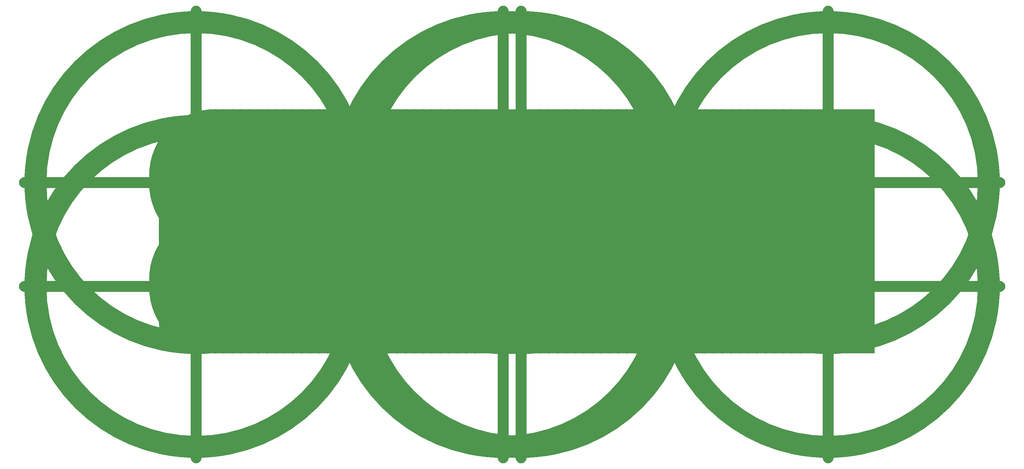
<source format=gbl>
G04*
G04  File:            FDP_PEDAGO.GBL, Sun Feb 02 10:05:50 2003*
G04  Source:          ACCEL Tango PCB, Version 13.01.33, (fdp_pedago.pcb)*
G04  Format:          Gerber Format (RS-274-D), ASCII*
G04*
G04  Format Options:  Absolute Positioning*
G04                   Leading-Zero Suppression*
G04                   Scale Factor 1:1*
G04                   NO Circular Interpolation*
G04                   Millimeter Units*
G04                   Numeric Format: 4.4 (XXXX.XXXX)*
G04                   G54 NOT Used for Aperture Change*
G04                   Apertures Embedded*
G04*
G04  File Options:    Offset = (0.00mm,0.00mm)*
G04                   Drill Symbol Size = 2.03mm*
G04                   Pad/Via Holes*
G04*
G04  File Contents:   Pads*
G04                   Vias*
G04                   No Designators*
G04                   No Types*
G04                   No Values*
G04                   No Drill Symbols*
G04                   Bottom*
G04                   Board*
G04*
G04  Aperture MACROs for general use --- invoked via D-code assignment *
G04*
G04  General MACRO for flashed round with rotation and/or offset hole *
%AMROTOFFROUND*
1,1,$1,0.0000,0.0000*
1,0,$2,$3,$4*%
G04*
G04  General MACRO for flashed oval (obround) with rotation and/or offset hole *
%AMROTOFFOVAL*
21,1,$1,$2,0.0000,0.0000,$3*
1,1,$4,$5,$6*
1,1,$4,0-$5,0-$6*
1,0,$7,$8,$9*%
G04*
G04  General MACRO for flashed rectangle with rotation and/or offset hole *
%AMROTOFFRECT*
21,1,$1,$2,0.0000,0.0000,$3*
1,0,$4,$5,$6*%
G04*
G04  General MACRO for flashed rounded-rectangle *
%AMROUNDRECT*
21,1,$1,$2-$4,0.0000,0.0000,$3*
21,1,$1-$4,$2,0.0000,0.0000,$3*
1,1,$4,$5,$6*
1,1,$4,$7,$8*
1,1,$4,0-$5,0-$6*
1,1,$4,0-$7,0-$8*
1,0,$9,$10,$11*%
G04*
G04  General MACRO for flashed regular polygon *
%AMREGPOLY*
5,1,$1,0.0000,0.0000,$2,($3+$4)*
1,0,$5,$6,$7*%
G04  D10 : "Ellipse X10.0mil Y10.0mil H0.0mil 0.0deg (0.0mil,0.0mil) Draw"*
G04  Disc: OuterDia=0.2540*
%ADD10C, 0.2540 X0.0000*%
G04  D11 : "Ellipse X23.6mil Y23.6mil H0.0mil 0.0deg (0.0mil,0.0mil) Draw"*
G04  Disc: OuterDia=0.6000*
%ADD11C, 0.6000 X0.0000*%
G04  D12 : "Ellipse X47.2mil Y47.2mil H0.0mil 0.0deg (0.0mil,0.0mil) Draw"*
G04  Disc: OuterDia=1.2000*
%ADD12C, 1.2000 X0.0000*%
G04  D13 : "Ellipse X60.0mil Y60.0mil H0.0mil 0.0deg (0.0mil,0.0mil) Flash"*
G04  Disc: OuterDia=1.5240*
%ADD13C, 1.5240 X0.0000*%
G04  D14 : "Ellipse X75.0mil Y75.0mil H0.0mil 0.0deg (0.0mil,0.0mil) Flash"*
G04  Disc: OuterDia=1.9050*
%ADD14C, 1.9050 X0.0000*%
G04  D15 : "Mounting Hole X156.0mil Y156.0mil H0.0mil 0.0deg (0.0mil,0.0mil) Flash"*
G04  Mounting Hole: Diameter=3.9624, Rotation=0.0000, LineWidth=0.1270 *
%AMMTHOLED15*
1,1,3.9624,0,0*
1,0,3.4544,0,0*
6,0,0,3.9624,0.1270,0,0,0.1270,3.9624,0.0000*%
%ADD15MTHOLED15*%
G04  D16 : "Rectangle X60.0mil Y60.0mil H0.0mil 0.0deg (0.0mil,0.0mil) Flash"*
G04  Square: Side=1.5240, Rotation=0.0, OffsetX=0.0000, OffsetY=0.0000, HoleDia=0.0000*
%ADD16R, 1.5240 X1.5240 X0.0000*%
G04  D17 : "Rectangle X75.0mil Y75.0mil H0.0mil 0.0deg (0.0mil,0.0mil) Flash"*
G04  Square: Side=1.9050, Rotation=0.0, OffsetX=0.0000, OffsetY=0.0000, HoleDia=0.0000*
%ADD17R, 1.9050 X1.9050 X0.0000*%
%ICAS*%
%FSLAX44Y44*%
%SFA1B1*%
%INFDP_PEDAGO.GBL*%
%OFA0.00B0.00*%
%MOMM*%
G71*
G90*
G01*
D2*
%LNBottom*%
D11*
X139700Y177800*
X127000Y165100D1*
X139700Y431800D2*
Y177800D1*
X127000Y165100D2*
Y133350D1*
X139700Y127000*
X177800Y158750D2*
Y133350D1*
X190500Y177800D2*
X177800Y158750D1*
X190500Y431800D2*
Y177800D1*
X177800Y133350D2*
X190500Y127000D1*
X203200Y158750D2*
Y133350D1*
X215900Y177800D2*
X203200Y158750D1*
X215900Y431800D2*
Y177800D1*
X203200Y133350D2*
X215900Y127000D1*
X241300Y177800D2*
X228600Y158750D1*
Y133350*
X241300Y431800D2*
Y177800D1*
X228600Y133350D2*
X241300Y127000D1*
X152400Y177800D2*
Y444500D1*
X139700Y158750D2*
X152400Y177800D1*
X139700Y158750D2*
Y152400D1*
X254000Y171450D2*
Y444500D1*
X241300Y152400D2*
X254000Y171450D1*
D2*
D12*
X273050Y177800*
Y419100D1*
Y177800D2*
X266700Y152400D1*
Y127000D2*
Y152400D1*
D2*
D11*
X165100Y171450*
Y431800D1*
Y152400D2*
Y171450D1*
Y127000D2*
Y152400D1*
X228600Y177800D2*
Y444500D1*
X215900Y158750D2*
X228600Y177800D1*
X215900Y158750D2*
Y152400D1*
X203200Y177800D2*
Y444500D1*
X190500Y158750D2*
X203200Y177800D1*
X190500Y158750D2*
Y152400D1*
X901700Y101600D2*
X114300D1*
Y152400D2*
Y431800D1*
Y127000D2*
Y152400D1*
Y101600D2*
Y127000D1*
X152400Y444500D2*
X139700Y457200D1*
X254000Y444500D2*
X241300Y457200D1*
D2*
D12*
X273050Y419100*
X266700Y431800D1*
Y457200*
D2*
D11*
X165100Y431800*
Y457200D1*
X228600Y444500D2*
X215900Y457200D1*
X203200Y444500D2*
X190500Y457200D1*
X114300Y431800D2*
Y457200D1*
Y482600*
X901700D2*
X114300D1*
X508000Y444500D2*
X495300Y457200D1*
X406400Y444500D2*
X393700Y457200D1*
X431800Y444500D2*
X419100Y457200D1*
X584200Y444500D2*
X571500Y457200D1*
X381000Y444500D2*
X368300Y457200D1*
X355600Y444500D2*
X342900Y457200D1*
X533400Y444500D2*
X520700Y457200D1*
X457200Y444500D2*
X444500Y457200D1*
X482600Y444500D2*
X469900Y457200D1*
X609600Y444500D2*
X596900Y457200D1*
X558800Y444500D2*
X546100Y457200D1*
X635000Y444500D2*
X622300Y457200D1*
X584200Y177800D2*
Y444500D1*
X571500Y158750D2*
X584200Y177800D1*
X571500Y158750D2*
Y152400D1*
X622300Y177800D2*
X609600Y158750D1*
Y133350*
X622300Y431800D2*
Y177800D1*
X609600Y133350D2*
X622300Y127000D1*
X381000Y177800D2*
Y444500D1*
X368300Y158750D2*
X381000Y177800D1*
X368300Y158750D2*
Y152400D1*
X355600Y177800D2*
Y444500D1*
X342900Y158750D2*
X355600Y177800D1*
X342900Y158750D2*
Y152400D1*
X419100Y177800D2*
X406400Y158750D1*
Y133350*
X419100Y431800D2*
Y177800D1*
X406400Y133350D2*
X419100Y127000D1*
X482600Y158750D2*
Y133350D1*
X495300Y177800D2*
X482600Y158750D1*
X495300Y431800D2*
Y177800D1*
X482600Y133350D2*
X495300Y127000D1*
X533400Y177800D2*
Y444500D1*
X520700Y158750D2*
X533400Y177800D1*
X520700Y158750D2*
Y152400D1*
X457200Y177800D2*
Y444500D1*
X444500Y158750D2*
X457200Y177800D1*
X444500Y158750D2*
Y152400D1*
X482600Y184150D2*
Y444500D1*
X469900Y158750D2*
X482600Y184150D1*
X469900Y158750D2*
Y152400D1*
X609600Y177800D2*
Y444500D1*
X596900Y158750D2*
X609600Y177800D1*
X596900Y158750D2*
Y152400D1*
X558800Y177800D2*
Y444500D1*
X546100Y158750D2*
X558800Y177800D1*
X546100Y158750D2*
Y152400D1*
X571500Y177800D2*
X558800Y158750D1*
Y133350*
X571500Y431800D2*
Y177800D1*
X558800Y133350D2*
X571500Y127000D1*
X635000Y177800D2*
Y444500D1*
X622300Y158750D2*
X635000Y177800D1*
Y133350D2*
X647700Y127000D1*
X635000Y158750D2*
Y133350D1*
X647700Y177800D2*
X635000Y158750D1*
X419100D2*
Y152400D1*
Y158750D2*
X431800Y177800D1*
Y444500*
X584200Y133350D2*
X596900Y127000D1*
Y431800D2*
Y177800D1*
X584200Y158750D2*
Y133350D1*
X596900Y177800D2*
X584200Y158750D1*
X508000Y133350D2*
X520700Y127000D1*
Y431800D2*
Y177800D1*
X508000Y158750D2*
Y133350D1*
X520700Y177800D2*
X508000Y158750D1*
X533400Y133350D2*
X546100Y127000D1*
Y431800D2*
Y177800D1*
X533400Y158750D2*
Y133350D1*
X546100Y177800D2*
X533400Y158750D1*
X457200Y133350D2*
X469900Y127000D1*
Y431800D2*
Y177800D1*
X457200Y158750D2*
Y133350D1*
X469900Y177800D2*
X457200Y158750D1*
X431800Y133350D2*
X444500Y127000D1*
Y431800D2*
Y177800D1*
X431800Y158750*
Y133350*
X393700Y158750D2*
Y152400D1*
Y158750D2*
X406400Y177800D1*
Y444500*
X495300Y158750D2*
Y152400D1*
Y158750D2*
X508000Y177800D1*
Y444500*
X381000Y133350D2*
X393700Y127000D1*
Y431800D2*
Y177800D1*
X381000Y158750D2*
Y133350D1*
X393700Y177800D2*
X381000Y158750D1*
X355600Y133350D2*
X368300Y127000D1*
Y431800D2*
Y177800D1*
X355600Y158750D2*
Y133350D1*
X368300Y177800D2*
X355600Y158750D1*
X330200Y133350D2*
X342900Y127000D1*
Y431800D2*
Y177800D1*
X330200Y158750D2*
Y133350D1*
X342900Y177800D2*
X330200Y158750D1*
X698500D2*
X711200Y177800D1*
Y444500*
X698500Y431800D2*
Y177800D1*
X685800Y158750*
Y133350*
X698500Y127000*
X876300Y431800D2*
Y177800D1*
X863600Y158750*
Y133350*
X876300Y127000*
X850900Y431800D2*
Y177800D1*
X838200Y158750*
Y133350D2*
Y158750D1*
X850900Y127000D2*
X838200Y133350D1*
X647700Y431800D2*
Y177800D1*
X723900Y158750D2*
X736600Y177800D1*
Y444500*
X749300Y158750D2*
X762000Y177800D1*
Y444500*
X774700Y158750D2*
X787400Y177800D1*
Y444500*
X800100Y431800D2*
Y177800D1*
X787400Y158750*
Y133350*
X800100Y127000*
X647700Y158750D2*
X660400Y177800D1*
Y444500*
X673100Y158750D2*
X685800Y177800D1*
Y444500*
X901700Y152400D2*
Y431800D1*
Y127000D2*
Y152400D1*
Y101600D2*
Y127000D1*
X825500Y431800D2*
Y177800D1*
X812800Y158750*
Y133350D2*
Y158750D1*
Y133350D2*
X825500Y127000D1*
X812800Y133350*
X800100Y158750D2*
X812800Y177800D1*
Y444500*
X774700Y431800D2*
Y177800D1*
X762000Y158750*
Y133350D2*
Y158750D1*
Y133350D2*
X774700Y127000D1*
X723900Y431800D2*
Y177800D1*
X711200Y158750*
Y133350*
X723900Y127000*
X673100Y431800D2*
Y177800D1*
X660400Y158750*
Y133350*
X673100Y127000*
X749300Y431800D2*
Y177800D1*
X736600Y158750*
Y133350D2*
Y158750D1*
Y133350D2*
X749300Y127000D1*
X850900Y158750D2*
X863600Y177800D1*
Y184150*
Y444500*
X889000Y165100D2*
X876300Y152400D1*
X889000Y444500D2*
Y165100D1*
D2*
D10*
X900906Y58737*
X899318Y60325D1*
X897731Y61118*
X895350*
X893762Y60325*
X892175Y58737*
X891381Y56356*
Y54768*
X892175Y52387*
X893762Y50800*
X895350Y50006*
X897731*
X899318Y50800*
X900906Y52387*
X909637Y61118D2*
X908050Y60325D1*
X906462Y58737*
X905668Y56356*
Y54768*
X906462Y52387*
X908050Y50800*
X909637Y50006*
X912018*
X913606Y50800*
X915193Y52387*
X915987Y54768*
Y56356*
X915193Y58737*
X913606Y60325*
X912018Y61118*
X909637*
X922337Y66675D2*
Y53181D1*
X923131Y50800*
X924718Y50006*
X926306*
X919956Y61118D2*
X925512D1*
X930274Y56356D2*
X939799D1*
Y57943*
X939006Y59531*
X938212Y60325*
X936624Y61118*
X934243*
X932656Y60325*
X931068Y58737*
X930274Y56356*
Y54768*
X931068Y52387*
X932656Y50800*
X934243Y50006*
X936624*
X938212Y50800*
X939799Y52387*
X964406Y58737D2*
X962818Y60325D1*
X961231Y61118*
X958850*
X957262Y60325*
X955675Y58737*
X954881Y56356*
Y54768*
X955675Y52387*
X957262Y50800*
X958850Y50006*
X961231*
X962818Y50800*
X964406Y52387*
X969962Y61118D2*
Y53181D1*
X970756Y50800*
X972343Y50006*
X974725*
X976312Y50800*
X978693Y53181*
Y61118D2*
Y50006D1*
X984249Y66675D2*
X985043Y65881D1*
X985837Y66675*
X985043Y67468*
X984249Y66675*
X985043Y61118D2*
Y50006D1*
X989806Y61118D2*
X994568Y50006D1*
X999331Y61118*
X1004093D2*
Y50006D1*
Y56356D2*
X1004887Y58737D1*
X1006474Y60325*
X1008062Y61118*
X1010443*
X1013618Y56356D2*
X1023143D1*
Y57943*
X1022350Y59531*
X1021556Y60325*
X1019968Y61118*
X1017587*
X1016000Y60325*
X1014412Y58737*
X1013618Y56356*
Y54768*
X1014412Y52387*
X1016000Y50800*
X1017587Y50006*
X1019968*
X1021556Y50800*
X1023143Y52387*
D2*
D11*
X711200Y444500*
X698500Y457200D1*
X876300Y438150D2*
Y431800D1*
Y438150D2*
Y431800D1*
X850900Y438150D2*
Y431800D1*
X736600Y444500D2*
X723900Y457200D1*
X762000Y444500D2*
X749300Y457200D1*
X787400Y444500D2*
X774700Y457200D1*
X660400Y444500D2*
X647700Y457200D1*
X685800Y444500D2*
X673100Y457200D1*
X901700D2*
Y482600D1*
Y431800D2*
Y457200D1*
X825500Y438150D2*
Y431800D1*
X812800Y444500D2*
X800100Y457200D1*
X863600Y444500D2*
X850900Y457200D1*
X876300D2*
X889000Y444500D1*
X1854200Y482600D2*
X1066800D1*
X1117600Y431800D2*
Y457200D1*
X1066800D2*
Y482600D1*
Y431800D2*
Y457200D1*
D2*
D12*
X1219200Y431800*
Y457200D1*
X1225550Y419100D2*
X1219200Y431800D1*
D2*
D11*
X1206500Y444500*
X1193800Y457200D1*
X1181100Y444500D2*
X1168400Y457200D1*
X1155700Y444500D2*
X1143000Y457200D1*
X1104900Y444500D2*
X1092200Y457200D1*
X1181100Y158750D2*
Y133350D1*
X1193800Y431800D2*
Y177800D1*
X1181100Y133350D2*
X1193800Y127000D1*
D2*
D12*
X1219200*
Y152400D1*
D2*
D11*
X1117600Y171450*
Y431800D1*
X1193800Y152400D2*
X1206500Y171450D1*
X1117600Y127000D2*
Y152400D1*
Y171450*
X1193800Y177800D2*
X1181100Y158750D1*
X1155700Y133350D2*
X1168400Y127000D1*
Y431800D2*
Y177800D1*
X1155700Y158750*
Y133350*
X1130300D2*
X1143000Y127000D1*
Y431800D2*
Y177800D1*
X1130300Y158750*
Y133350*
X1079500D2*
X1092200Y127000D1*
X1079500Y165100D2*
Y133350D1*
X1092200Y431800D2*
Y177800D1*
X1079500Y165100*
X1066800Y127000D2*
Y152400D1*
Y431800*
X1854200Y101600D2*
X1066800D1*
Y127000*
D2*
D12*
X1225550Y177800*
X1219200Y152400D1*
X1225550Y177800D2*
Y419100D1*
D2*
D11*
X1168400Y158750*
Y152400D1*
Y158750D2*
X1181100Y177800D1*
X1143000Y158750D2*
Y152400D1*
Y158750D2*
X1155700Y177800D1*
X1092200Y158750D2*
Y152400D1*
Y158750D2*
X1104900Y177800D1*
X1206500Y171450D2*
Y444500D1*
X1181100Y177800D2*
Y444500D1*
X1155700Y177800D2*
Y444500D1*
X1104900Y177800D2*
Y444500D1*
X1574800Y158750D2*
X1587500Y177800D1*
X1511300Y133350D2*
X1524000Y127000D1*
Y431800D2*
Y177800D1*
X1511300Y158750D2*
Y133350D1*
X1524000Y177800D2*
X1511300Y158750D1*
X1435100Y133350D2*
X1447800Y127000D1*
Y431800D2*
Y177800D1*
X1435100Y158750*
Y133350*
X1358900D2*
X1371600Y127000D1*
Y431800D2*
Y177800D1*
X1358900Y158750D2*
Y133350D1*
X1371600Y177800D2*
X1358900Y158750D1*
X1562100Y133350D2*
X1574800Y127000D1*
Y431800D2*
Y177800D1*
X1562100Y158750D2*
Y133350D1*
X1574800Y177800D2*
X1562100Y158750D1*
X1536700Y133350D2*
X1549400Y127000D1*
Y431800D2*
Y177800D1*
X1536700Y158750D2*
Y133350D1*
X1549400Y177800D2*
X1536700Y158750D1*
X1460500Y133350D2*
X1473200Y127000D1*
Y431800D2*
Y177800D1*
X1460500Y158750D2*
Y133350D1*
X1473200Y177800D2*
X1460500Y158750D1*
X1485900Y133350D2*
X1498600Y127000D1*
Y431800D2*
Y177800D1*
X1485900Y158750D2*
Y133350D1*
X1498600Y177800D2*
X1485900Y158750D1*
X1409700Y133350D2*
X1422400Y127000D1*
Y431800D2*
Y177800D1*
X1409700Y158750D2*
Y133350D1*
X1422400Y177800D2*
X1409700Y158750D1*
X1384300Y133350D2*
X1397000Y127000D1*
Y431800D2*
Y177800D1*
X1384300Y158750*
Y133350*
X1333500D2*
X1346200Y127000D1*
Y431800D2*
Y177800D1*
X1333500Y158750D2*
Y133350D1*
X1346200Y177800D2*
X1333500Y158750D1*
X1308100Y133350D2*
X1320800Y127000D1*
Y431800D2*
Y177800D1*
X1308100Y158750D2*
Y133350D1*
X1320800Y177800D2*
X1308100Y158750D1*
X1282700Y133350D2*
X1295400Y127000D1*
Y431800D2*
Y177800D1*
X1282700Y158750D2*
Y133350D1*
X1295400Y177800D2*
X1282700Y158750D1*
X1587500Y177800D2*
Y444500D1*
Y133350D2*
X1600200Y127000D1*
X1587500Y158750D2*
Y133350D1*
X1600200Y177800D2*
X1587500Y158750D1*
X1524000D2*
Y152400D1*
Y158750D2*
X1536700Y177800D1*
X1498600Y158750D2*
Y152400D1*
Y158750D2*
X1511300Y177800D1*
X1473200Y158750D2*
Y152400D1*
Y158750D2*
X1485900Y177800D1*
X1447800Y158750D2*
Y152400D1*
Y158750D2*
X1460500Y177800D1*
X1422400Y158750D2*
Y152400D1*
Y158750D2*
X1435100Y184150D1*
X1397000Y158750D2*
Y152400D1*
Y158750D2*
X1409700Y177800D1*
X1371600Y158750D2*
Y152400D1*
Y158750D2*
X1384300Y177800D1*
X1346200Y158750D2*
Y152400D1*
Y158750D2*
X1358900Y177800D1*
X1320800Y158750D2*
Y152400D1*
Y158750D2*
X1333500Y177800D1*
X1295400Y158750D2*
Y152400D1*
Y158750D2*
X1308100Y177800D1*
X1549400Y158750D2*
Y152400D1*
Y158750D2*
X1562100Y177800D1*
Y444500*
X1536700Y177800D2*
Y444500D1*
X1511300Y177800D2*
Y444500D1*
X1485900Y177800D2*
Y444500D1*
X1460500Y177800D2*
Y444500D1*
X1435100Y184150D2*
Y444500D1*
X1409700Y177800D2*
Y444500D1*
X1384300Y177800D2*
Y444500D1*
X1358900Y177800D2*
Y444500D1*
X1333500Y177800D2*
Y444500D1*
X1308100Y177800D2*
Y444500D1*
X1587500D2*
X1574800Y457200D1*
X1562100Y444500D2*
X1549400Y457200D1*
X1536700Y444500D2*
X1524000Y457200D1*
X1485900Y444500D2*
X1473200Y457200D1*
X1460500Y444500D2*
X1447800Y457200D1*
X1511300Y444500D2*
X1498600Y457200D1*
X1435100Y444500D2*
X1422400Y457200D1*
X1409700Y444500D2*
X1397000Y457200D1*
X1384300Y444500D2*
X1371600Y457200D1*
X1358900Y444500D2*
X1346200Y457200D1*
X1333500Y444500D2*
X1320800Y457200D1*
X1308100Y444500D2*
X1295400Y457200D1*
X1828800D2*
X1841500Y444500D1*
X1816100D2*
X1803400Y457200D1*
X1765300Y444500D2*
X1752600Y457200D1*
X1854200Y431800D2*
Y457200D1*
Y482600*
X1638300Y444500D2*
X1625600Y457200D1*
X1612900Y444500D2*
X1600200Y457200D1*
X1739900Y444500D2*
X1727200Y457200D1*
X1714500Y444500D2*
X1701800Y457200D1*
X1689100Y444500D2*
X1676400Y457200D1*
X1663700Y444500D2*
X1651000Y457200D1*
X1841500Y444500D2*
Y165100D1*
X1828800Y152400*
X1816100Y184150D2*
Y444500D1*
Y177800D2*
Y184150D1*
X1803400Y158750D2*
X1816100Y177800D1*
X1689100Y133350D2*
X1701800Y127000D1*
X1689100Y133350D2*
Y158750D1*
X1701800Y177800D2*
X1689100Y158750D1*
X1701800Y431800D2*
Y177800D1*
X1612900Y133350D2*
X1625600Y127000D1*
X1612900Y158750D2*
Y133350D1*
X1625600Y177800D2*
X1612900Y158750D1*
X1625600Y431800D2*
Y177800D1*
X1663700Y133350D2*
X1676400Y127000D1*
X1663700Y158750D2*
Y133350D1*
X1676400Y177800D2*
X1663700Y158750D1*
X1676400Y431800D2*
Y177800D1*
X1714500Y133350D2*
X1727200Y127000D1*
X1714500Y133350D2*
Y158750D1*
X1727200Y177800D2*
X1714500Y158750D1*
X1727200Y431800D2*
Y177800D1*
X1765300D2*
Y444500D1*
X1752600Y158750D2*
X1765300Y177800D1*
X1778000Y127000D2*
X1765300Y133350D1*
X1778000Y127000*
X1765300Y133350D2*
Y158750D1*
X1778000Y177800D2*
X1765300Y158750D1*
X1778000Y431800D2*
Y177800D1*
X1854200Y101600D2*
Y127000D1*
Y152400*
Y431800*
X1638300Y177800D2*
Y444500D1*
X1625600Y158750D2*
X1638300Y177800D1*
X1612900D2*
Y444500D1*
X1600200Y158750D2*
X1612900Y177800D1*
X1739900Y133350D2*
X1752600Y127000D1*
X1739900Y158750D2*
Y133350D1*
X1752600Y177800D2*
X1739900Y158750D1*
X1752600Y431800D2*
Y177800D1*
X1739900D2*
Y444500D1*
X1727200Y158750D2*
X1739900Y177800D1*
X1714500D2*
Y444500D1*
X1701800Y158750D2*
X1714500Y177800D1*
X1689100D2*
Y444500D1*
X1676400Y158750D2*
X1689100Y177800D1*
X1600200Y431800D2*
Y177800D1*
X1803400Y127000D2*
X1790700Y133350D1*
Y158750*
X1803400Y177800D2*
X1790700Y158750D1*
X1803400Y431800D2*
Y177800D1*
X1816100Y133350D2*
X1828800Y127000D1*
X1816100Y158750D2*
Y133350D1*
X1828800Y177800D2*
X1816100Y158750D1*
X1828800Y431800D2*
Y177800D1*
X1638300Y133350D2*
X1651000Y127000D1*
X1638300Y158750D2*
Y133350D1*
X1651000Y177800D2*
X1638300Y158750D1*
X1651000Y431800D2*
Y177800D1*
X1663700D2*
Y444500D1*
X1651000Y158750D2*
X1663700Y177800D1*
D2*
D13*
X876300Y457200D3*
X850900D3*
X825500D3*
X800100D3*
X774700D3*
X749300D3*
X723900D3*
X698500D3*
X673100D3*
X647700D3*
X622300D3*
X596900D3*
X571500D3*
X546100D3*
X520700D3*
X495300D3*
X469900D3*
X444500D3*
X419100D3*
X393700D3*
X368300D3*
X342900D3*
X317500D3*
X292100D3*
X266700D3*
X241300D3*
X215900D3*
X190500D3*
X165100D3*
X139700D3*
X114300D3*
D16*
X901700Y431800D3*
D13*
X850900D3*
X825500D3*
X800100D3*
X774700D3*
X749300D3*
X723900D3*
X698500D3*
X673100D3*
X647700D3*
X622300D3*
X596900D3*
X571500D3*
X546100D3*
X520700D3*
X495300D3*
X469900D3*
X444500D3*
X419100D3*
X393700D3*
X368300D3*
X342900D3*
X317500D3*
X292100D3*
X266700D3*
X241300D3*
X215900D3*
X190500D3*
X165100D3*
X139700D3*
X114300D3*
D15*
X958088Y434848D3*
X58166D3*
D13*
X876300Y431800D3*
D16*
X901700Y457200D3*
D13*
X876300Y152400D3*
X850900D3*
X825500D3*
X800100D3*
X774700D3*
X749300D3*
X723900D3*
X698500D3*
X673100D3*
X647700D3*
X622300D3*
X596900D3*
X571500D3*
X546100D3*
X520700D3*
X495300D3*
X469900D3*
X444500D3*
X419100D3*
X393700D3*
X368300D3*
X342900D3*
X317500D3*
X292100D3*
X266700D3*
X241300D3*
X215900D3*
X190500D3*
X165100D3*
X139700D3*
X114300D3*
D16*
X901700Y127000D3*
D13*
X850900D3*
X825500D3*
X800100D3*
X774700D3*
X749300D3*
X723900D3*
X698500D3*
X673100D3*
X647700D3*
X622300D3*
X596900D3*
X571500D3*
X546100D3*
X520700D3*
X495300D3*
X469900D3*
X444500D3*
X419100D3*
X393700D3*
X368300D3*
X342900D3*
X317500D3*
X292100D3*
X266700D3*
X241300D3*
X215900D3*
X190500D3*
X165100D3*
X139700D3*
X114300D3*
D15*
X958088Y130048D3*
X58166D3*
D13*
X876300Y127000D3*
D16*
X901700Y152400D3*
D13*
X1828800Y457200D3*
X1803400D3*
X1778000D3*
X1752600D3*
X1727200D3*
X1701800D3*
X1676400D3*
X1651000D3*
X1625600D3*
X1600200D3*
X1574800D3*
X1549400D3*
X1524000D3*
X1498600D3*
X1473200D3*
X1447800D3*
X1422400D3*
X1397000D3*
X1371600D3*
X1346200D3*
X1320800D3*
X1295400D3*
X1270000D3*
X1244600D3*
X1219200D3*
X1193800D3*
X1168400D3*
X1143000D3*
X1117600D3*
X1092200D3*
X1066800D3*
D16*
X1854200Y431800D3*
D13*
X1803400D3*
X1778000D3*
X1752600D3*
X1727200D3*
X1701800D3*
X1676400D3*
X1651000D3*
X1625600D3*
X1600200D3*
X1574800D3*
X1549400D3*
X1524000D3*
X1498600D3*
X1473200D3*
X1447800D3*
X1422400D3*
X1397000D3*
X1371600D3*
X1346200D3*
X1320800D3*
X1295400D3*
X1270000D3*
X1244600D3*
X1219200D3*
X1193800D3*
X1168400D3*
X1143000D3*
X1117600D3*
X1092200D3*
X1066800D3*
D15*
X1910588Y434848D3*
X1010666D3*
D13*
X1828800Y431800D3*
D16*
X1854200Y457200D3*
D13*
X1828800Y152400D3*
X1803400D3*
X1778000D3*
X1752600D3*
X1727200D3*
X1701800D3*
X1676400D3*
X1651000D3*
X1625600D3*
X1600200D3*
X1574800D3*
X1549400D3*
X1524000D3*
X1498600D3*
X1473200D3*
X1447800D3*
X1422400D3*
X1397000D3*
X1371600D3*
X1346200D3*
X1320800D3*
X1295400D3*
X1270000D3*
X1244600D3*
X1219200D3*
X1193800D3*
X1168400D3*
X1143000D3*
X1117600D3*
X1092200D3*
X1066800D3*
D16*
X1854200Y127000D3*
D13*
X1803400D3*
X1778000D3*
X1752600D3*
X1727200D3*
X1701800D3*
X1676400D3*
X1651000D3*
X1625600D3*
X1600200D3*
X1574800D3*
X1549400D3*
X1524000D3*
X1498600D3*
X1473200D3*
X1447800D3*
X1422400D3*
X1397000D3*
X1371600D3*
X1346200D3*
X1320800D3*
X1295400D3*
X1270000D3*
X1244600D3*
X1219200D3*
X1193800D3*
X1168400D3*
X1143000D3*
X1117600D3*
X1092200D3*
X1066800D3*
D15*
X1910588Y130048D3*
X1010666D3*
D13*
X1828800Y127000D3*
D16*
X1854200Y152400D3*
%LNBoard*%
D11*
X25400Y25400*
Y228600D1*
Y533400*
X1936750*
Y25400D2*
X25400D1*
X1936750D2*
Y228600D1*
Y533400*
D02M02*

</source>
